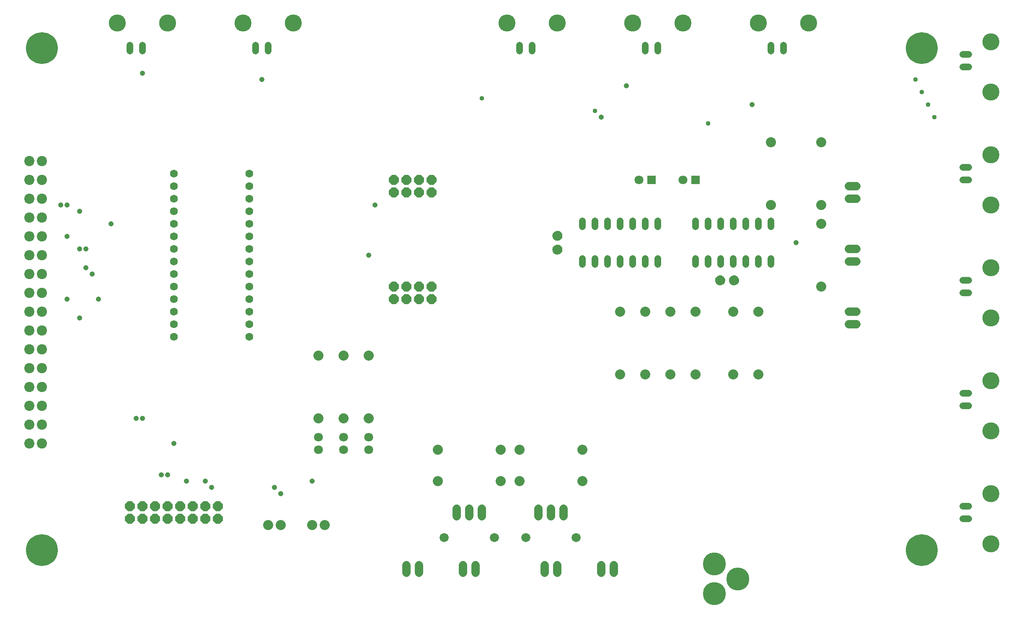
<source format=gbs>
G04 EAGLE Gerber X2 export*
%TF.Part,Single*%
%TF.FileFunction,Other,Bottom Soldermask*%
%TF.FilePolarity,Positive*%
%TF.GenerationSoftware,Autodesk,EAGLE,9.0.1*%
%TF.CreationDate,2018-06-29T20:11:25Z*%
G75*
%MOMM*%
%FSLAX34Y34*%
%LPD*%
%AMOC8*
5,1,8,0,0,1.08239X$1,22.5*%
G01*
%ADD10C,4.648200*%
%ADD11C,2.057400*%
%ADD12C,1.358800*%
%ADD13C,3.452400*%
%ADD14C,1.600200*%
%ADD15P,2.199416X8X22.500000*%
%ADD16C,1.676400*%
%ADD17C,1.828800*%
%ADD18C,2.032000*%
%ADD19R,1.803400X1.803400*%
%ADD20C,1.803400*%
%ADD21C,1.371600*%
%ADD22C,6.438900*%
%ADD23C,1.066800*%
%ADD24C,0.958800*%

G36*
X1093718Y753336D02*
X1093718Y753336D01*
X1093761Y753347D01*
X1093827Y753353D01*
X1095457Y753765D01*
X1095497Y753783D01*
X1095561Y753801D01*
X1097094Y754489D01*
X1097131Y754514D01*
X1097191Y754543D01*
X1098581Y755487D01*
X1098613Y755518D01*
X1098667Y755556D01*
X1099873Y756727D01*
X1099899Y756764D01*
X1099945Y756811D01*
X1100929Y758173D01*
X1100948Y758214D01*
X1100985Y758268D01*
X1101718Y759781D01*
X1101730Y759824D01*
X1101757Y759884D01*
X1102215Y761501D01*
X1102220Y761546D01*
X1102236Y761610D01*
X1102407Y763282D01*
X1102403Y763330D01*
X1102407Y763409D01*
X1102241Y765081D01*
X1102229Y765124D01*
X1102220Y765190D01*
X1101766Y766807D01*
X1101747Y766848D01*
X1101727Y766911D01*
X1100999Y768425D01*
X1100973Y768461D01*
X1100943Y768520D01*
X1099962Y769885D01*
X1099930Y769916D01*
X1099890Y769969D01*
X1098688Y771143D01*
X1098651Y771168D01*
X1098603Y771213D01*
X1097215Y772160D01*
X1097174Y772178D01*
X1097118Y772214D01*
X1095587Y772906D01*
X1095544Y772917D01*
X1095483Y772943D01*
X1093854Y773358D01*
X1093810Y773361D01*
X1093745Y773376D01*
X1092070Y773502D01*
X1092023Y773498D01*
X1091951Y773500D01*
X1090116Y773295D01*
X1090069Y773281D01*
X1089994Y773269D01*
X1088233Y772709D01*
X1088191Y772686D01*
X1088119Y772660D01*
X1086502Y771767D01*
X1086464Y771737D01*
X1086399Y771697D01*
X1084987Y770506D01*
X1084956Y770469D01*
X1084900Y770417D01*
X1083747Y768973D01*
X1083725Y768931D01*
X1083680Y768869D01*
X1082831Y767228D01*
X1082817Y767182D01*
X1082785Y767113D01*
X1082272Y765338D01*
X1082267Y765290D01*
X1082250Y765215D01*
X1082093Y763375D01*
X1082097Y763331D01*
X1082093Y763266D01*
X1082253Y761435D01*
X1082266Y761389D01*
X1082274Y761328D01*
X1082274Y761326D01*
X1082276Y761313D01*
X1082790Y759549D01*
X1082811Y759505D01*
X1082836Y759433D01*
X1083685Y757803D01*
X1083714Y757765D01*
X1083753Y757699D01*
X1084903Y756266D01*
X1084939Y756234D01*
X1084990Y756177D01*
X1086398Y754996D01*
X1086439Y754972D01*
X1086500Y754926D01*
X1088112Y754042D01*
X1088157Y754027D01*
X1088226Y753993D01*
X1089979Y753441D01*
X1090026Y753435D01*
X1090100Y753415D01*
X1091927Y753216D01*
X1091973Y753219D01*
X1092042Y753213D01*
X1093718Y753336D01*
G37*
G36*
X1093718Y725345D02*
X1093718Y725345D01*
X1093761Y725356D01*
X1093827Y725362D01*
X1095457Y725774D01*
X1095497Y725792D01*
X1095561Y725810D01*
X1097094Y726498D01*
X1097131Y726523D01*
X1097191Y726552D01*
X1098581Y727496D01*
X1098613Y727527D01*
X1098667Y727565D01*
X1099873Y728736D01*
X1099899Y728773D01*
X1099945Y728820D01*
X1100929Y730182D01*
X1100948Y730223D01*
X1100985Y730277D01*
X1101718Y731790D01*
X1101730Y731833D01*
X1101757Y731893D01*
X1102215Y733510D01*
X1102220Y733555D01*
X1102236Y733619D01*
X1102407Y735291D01*
X1102403Y735339D01*
X1102407Y735418D01*
X1102241Y737090D01*
X1102229Y737133D01*
X1102220Y737199D01*
X1101766Y738816D01*
X1101747Y738857D01*
X1101727Y738920D01*
X1100999Y740434D01*
X1100973Y740470D01*
X1100943Y740529D01*
X1099962Y741894D01*
X1099930Y741925D01*
X1099890Y741978D01*
X1098688Y743152D01*
X1098651Y743177D01*
X1098603Y743222D01*
X1097215Y744169D01*
X1097174Y744187D01*
X1097118Y744223D01*
X1095587Y744915D01*
X1095544Y744926D01*
X1095483Y744952D01*
X1093854Y745367D01*
X1093810Y745370D01*
X1093745Y745385D01*
X1092070Y745511D01*
X1092023Y745507D01*
X1091951Y745509D01*
X1090116Y745304D01*
X1090069Y745290D01*
X1089994Y745278D01*
X1088233Y744718D01*
X1088191Y744695D01*
X1088119Y744669D01*
X1086502Y743776D01*
X1086464Y743746D01*
X1086399Y743706D01*
X1084987Y742515D01*
X1084956Y742478D01*
X1084900Y742426D01*
X1083747Y740982D01*
X1083725Y740940D01*
X1083680Y740878D01*
X1082831Y739237D01*
X1082817Y739191D01*
X1082785Y739122D01*
X1082272Y737347D01*
X1082267Y737299D01*
X1082250Y737224D01*
X1082093Y735384D01*
X1082097Y735340D01*
X1082093Y735275D01*
X1082253Y733444D01*
X1082266Y733398D01*
X1082274Y733337D01*
X1082274Y733335D01*
X1082276Y733322D01*
X1082790Y731558D01*
X1082811Y731514D01*
X1082836Y731442D01*
X1083685Y729812D01*
X1083714Y729774D01*
X1083753Y729708D01*
X1084903Y728275D01*
X1084939Y728243D01*
X1084990Y728186D01*
X1086398Y727005D01*
X1086439Y726981D01*
X1086500Y726935D01*
X1088112Y726051D01*
X1088157Y726036D01*
X1088226Y726002D01*
X1089979Y725450D01*
X1090026Y725444D01*
X1090100Y725424D01*
X1091927Y725225D01*
X1091973Y725228D01*
X1092042Y725222D01*
X1093718Y725345D01*
G37*
G36*
X1449060Y662997D02*
X1449060Y662997D01*
X1449125Y662993D01*
X1450956Y663153D01*
X1451002Y663166D01*
X1451078Y663176D01*
X1452842Y663690D01*
X1452886Y663711D01*
X1452958Y663736D01*
X1454588Y664585D01*
X1454626Y664614D01*
X1454692Y664653D01*
X1456125Y665803D01*
X1456157Y665839D01*
X1456214Y665890D01*
X1457395Y667298D01*
X1457419Y667339D01*
X1457465Y667400D01*
X1458010Y668393D01*
X1458349Y669012D01*
X1458364Y669057D01*
X1458398Y669126D01*
X1458950Y670879D01*
X1458956Y670926D01*
X1458976Y671000D01*
X1459176Y672827D01*
X1459172Y672873D01*
X1459178Y672942D01*
X1459055Y674618D01*
X1459044Y674661D01*
X1459038Y674727D01*
X1458627Y676357D01*
X1458608Y676397D01*
X1458590Y676461D01*
X1457902Y677994D01*
X1457877Y678031D01*
X1457848Y678091D01*
X1456904Y679481D01*
X1456873Y679513D01*
X1456835Y679567D01*
X1455664Y680773D01*
X1455628Y680799D01*
X1455580Y680845D01*
X1454218Y681829D01*
X1454177Y681848D01*
X1454123Y681885D01*
X1452610Y682618D01*
X1452567Y682630D01*
X1452507Y682657D01*
X1450890Y683115D01*
X1450845Y683120D01*
X1450781Y683136D01*
X1449109Y683307D01*
X1449061Y683303D01*
X1448982Y683307D01*
X1447310Y683141D01*
X1447267Y683129D01*
X1447202Y683120D01*
X1445584Y682666D01*
X1445543Y682647D01*
X1445480Y682627D01*
X1443966Y681899D01*
X1443930Y681873D01*
X1443871Y681843D01*
X1442506Y680862D01*
X1442475Y680830D01*
X1442422Y680790D01*
X1441248Y679588D01*
X1441223Y679551D01*
X1441178Y679503D01*
X1440231Y678115D01*
X1440213Y678074D01*
X1440177Y678018D01*
X1439485Y676487D01*
X1439474Y676444D01*
X1439448Y676383D01*
X1439033Y674754D01*
X1439030Y674710D01*
X1439015Y674645D01*
X1438889Y672970D01*
X1438893Y672923D01*
X1438891Y672851D01*
X1439096Y671016D01*
X1439110Y670969D01*
X1439122Y670894D01*
X1439682Y669133D01*
X1439705Y669091D01*
X1439731Y669019D01*
X1440624Y667402D01*
X1440654Y667364D01*
X1440694Y667299D01*
X1441885Y665887D01*
X1441922Y665856D01*
X1441974Y665800D01*
X1443418Y664647D01*
X1443460Y664625D01*
X1443522Y664580D01*
X1445163Y663731D01*
X1445209Y663717D01*
X1445278Y663685D01*
X1447053Y663172D01*
X1447101Y663167D01*
X1447176Y663150D01*
X1449016Y662993D01*
X1449060Y662997D01*
G37*
G36*
X1421069Y662997D02*
X1421069Y662997D01*
X1421134Y662993D01*
X1422965Y663153D01*
X1423011Y663166D01*
X1423087Y663176D01*
X1424851Y663690D01*
X1424895Y663711D01*
X1424967Y663736D01*
X1426597Y664585D01*
X1426635Y664614D01*
X1426701Y664653D01*
X1428134Y665803D01*
X1428166Y665839D01*
X1428223Y665890D01*
X1429404Y667298D01*
X1429428Y667339D01*
X1429474Y667400D01*
X1430019Y668393D01*
X1430358Y669012D01*
X1430373Y669057D01*
X1430407Y669126D01*
X1430959Y670879D01*
X1430965Y670926D01*
X1430985Y671000D01*
X1431185Y672827D01*
X1431181Y672873D01*
X1431187Y672942D01*
X1431064Y674618D01*
X1431053Y674661D01*
X1431047Y674727D01*
X1430636Y676357D01*
X1430617Y676397D01*
X1430599Y676461D01*
X1429911Y677994D01*
X1429886Y678031D01*
X1429857Y678091D01*
X1428913Y679481D01*
X1428882Y679513D01*
X1428844Y679567D01*
X1427673Y680773D01*
X1427637Y680799D01*
X1427589Y680845D01*
X1426227Y681829D01*
X1426186Y681848D01*
X1426132Y681885D01*
X1424619Y682618D01*
X1424576Y682630D01*
X1424516Y682657D01*
X1422899Y683115D01*
X1422854Y683120D01*
X1422790Y683136D01*
X1421118Y683307D01*
X1421070Y683303D01*
X1420991Y683307D01*
X1419319Y683141D01*
X1419276Y683129D01*
X1419211Y683120D01*
X1417593Y682666D01*
X1417552Y682647D01*
X1417489Y682627D01*
X1415975Y681899D01*
X1415939Y681873D01*
X1415880Y681843D01*
X1414515Y680862D01*
X1414484Y680830D01*
X1414431Y680790D01*
X1413257Y679588D01*
X1413232Y679551D01*
X1413187Y679503D01*
X1412240Y678115D01*
X1412222Y678074D01*
X1412186Y678018D01*
X1411494Y676487D01*
X1411483Y676444D01*
X1411457Y676383D01*
X1411042Y674754D01*
X1411039Y674710D01*
X1411024Y674645D01*
X1410898Y672970D01*
X1410902Y672923D01*
X1410900Y672851D01*
X1411105Y671016D01*
X1411119Y670969D01*
X1411131Y670894D01*
X1411691Y669133D01*
X1411714Y669091D01*
X1411740Y669019D01*
X1412633Y667402D01*
X1412663Y667364D01*
X1412703Y667299D01*
X1413894Y665887D01*
X1413931Y665856D01*
X1413983Y665800D01*
X1415427Y664647D01*
X1415469Y664625D01*
X1415531Y664580D01*
X1417172Y663731D01*
X1417218Y663717D01*
X1417287Y663685D01*
X1419062Y663172D01*
X1419110Y663167D01*
X1419185Y663150D01*
X1421025Y662993D01*
X1421069Y662997D01*
G37*
D10*
X1409700Y98900D03*
X1409700Y38900D03*
X1456700Y68900D03*
D11*
X50800Y914400D03*
X50800Y876300D03*
X50800Y838200D03*
X50800Y800100D03*
X50800Y762000D03*
X50800Y723900D03*
X50800Y685800D03*
X50800Y647700D03*
X50800Y609600D03*
X50800Y571500D03*
X50800Y533400D03*
X50800Y495300D03*
X50800Y457200D03*
X50800Y419100D03*
X50800Y381000D03*
X50800Y342900D03*
X25400Y914400D03*
X25400Y876300D03*
X25400Y838200D03*
X25400Y800100D03*
X25400Y762000D03*
X25400Y723900D03*
X25400Y685800D03*
X25400Y647700D03*
X25400Y609600D03*
X25400Y571500D03*
X25400Y533400D03*
X25400Y495300D03*
X25400Y457200D03*
X25400Y419100D03*
X25400Y381000D03*
X25400Y342900D03*
D12*
X228600Y1136968D02*
X228600Y1149032D01*
X254000Y1149032D02*
X254000Y1136968D01*
D13*
X203200Y1193800D03*
X304800Y1193800D03*
D12*
X1911668Y215900D02*
X1923732Y215900D01*
X1923732Y190500D02*
X1911668Y190500D01*
D13*
X1968500Y241300D03*
X1968500Y139700D03*
D14*
X469900Y558800D03*
X469900Y584200D03*
X469900Y609600D03*
X469900Y635000D03*
X469900Y660400D03*
X469900Y685800D03*
X469900Y711200D03*
X469900Y736600D03*
X469900Y762000D03*
X469900Y787400D03*
X469900Y812800D03*
X469900Y838200D03*
X469900Y863600D03*
X469900Y889000D03*
X317500Y889000D03*
X317500Y863600D03*
X317500Y838200D03*
X317500Y812800D03*
X317500Y787400D03*
X317500Y762000D03*
X317500Y736600D03*
X317500Y711200D03*
X317500Y685800D03*
X317500Y660400D03*
X317500Y635000D03*
X317500Y609600D03*
X317500Y584200D03*
X317500Y558800D03*
D12*
X482600Y1136968D02*
X482600Y1149032D01*
X508000Y1149032D02*
X508000Y1136968D01*
D13*
X457200Y1193800D03*
X558800Y1193800D03*
D12*
X1524000Y1149032D02*
X1524000Y1136968D01*
X1549400Y1136968D02*
X1549400Y1149032D01*
D13*
X1498600Y1193800D03*
X1600200Y1193800D03*
D12*
X1270000Y1149032D02*
X1270000Y1136968D01*
X1295400Y1136968D02*
X1295400Y1149032D01*
D13*
X1244600Y1193800D03*
X1346200Y1193800D03*
D12*
X1016000Y1149032D02*
X1016000Y1136968D01*
X1041400Y1136968D02*
X1041400Y1149032D01*
D13*
X990600Y1193800D03*
X1092200Y1193800D03*
D12*
X1911668Y1130300D02*
X1923732Y1130300D01*
X1923732Y1104900D02*
X1911668Y1104900D01*
D13*
X1968500Y1155700D03*
X1968500Y1054100D03*
D12*
X1923732Y901700D02*
X1911668Y901700D01*
X1911668Y876300D02*
X1923732Y876300D01*
D13*
X1968500Y927100D03*
X1968500Y825500D03*
D12*
X1923732Y673100D02*
X1911668Y673100D01*
X1911668Y647700D02*
X1923732Y647700D01*
D13*
X1968500Y698500D03*
X1968500Y596900D03*
D12*
X1923732Y444500D02*
X1911668Y444500D01*
X1911668Y419100D02*
X1923732Y419100D01*
D13*
X1968500Y469900D03*
X1968500Y368300D03*
D15*
X762000Y850900D03*
X762000Y876300D03*
X787400Y850900D03*
X787400Y876300D03*
X812800Y850900D03*
X812800Y876300D03*
X838200Y850900D03*
X838200Y876300D03*
X762000Y635000D03*
X762000Y660400D03*
X787400Y635000D03*
X787400Y660400D03*
X812800Y635000D03*
X812800Y660400D03*
X838200Y635000D03*
X838200Y660400D03*
D16*
X1681480Y711200D02*
X1696720Y711200D01*
X1696720Y736600D02*
X1681480Y736600D01*
X1681480Y838200D02*
X1696720Y838200D01*
X1696720Y863600D02*
X1681480Y863600D01*
X1681480Y584200D02*
X1696720Y584200D01*
X1696720Y609600D02*
X1681480Y609600D01*
X901700Y96520D02*
X901700Y81280D01*
X927100Y81280D02*
X927100Y96520D01*
X889000Y195580D02*
X889000Y210820D01*
X914400Y210820D02*
X914400Y195580D01*
X939800Y195580D02*
X939800Y210820D01*
D17*
X863600Y152400D03*
X965200Y152400D03*
D16*
X787400Y96520D02*
X787400Y81280D01*
X812800Y81280D02*
X812800Y96520D01*
D18*
X977900Y266700D03*
X850900Y266700D03*
D16*
X1066800Y96520D02*
X1066800Y81280D01*
X1092200Y81280D02*
X1092200Y96520D01*
X1054100Y195580D02*
X1054100Y210820D01*
X1079500Y210820D02*
X1079500Y195580D01*
X1104900Y195580D02*
X1104900Y210820D01*
D17*
X1028700Y152400D03*
X1130300Y152400D03*
D16*
X1181100Y96520D02*
X1181100Y81280D01*
X1206500Y81280D02*
X1206500Y96520D01*
D18*
X1143000Y266700D03*
X1016000Y266700D03*
D19*
X1371600Y876300D03*
D20*
X1346200Y876300D03*
D19*
X1282700Y876300D03*
D20*
X1257300Y876300D03*
D21*
X1371600Y717296D02*
X1371600Y705104D01*
X1397000Y705104D02*
X1397000Y717296D01*
X1524000Y717296D02*
X1524000Y705104D01*
X1524000Y781304D02*
X1524000Y793496D01*
X1422400Y717296D02*
X1422400Y705104D01*
X1447800Y705104D02*
X1447800Y717296D01*
X1498600Y717296D02*
X1498600Y705104D01*
X1473200Y705104D02*
X1473200Y717296D01*
X1498600Y781304D02*
X1498600Y793496D01*
X1473200Y793496D02*
X1473200Y781304D01*
X1447800Y781304D02*
X1447800Y793496D01*
X1422400Y793496D02*
X1422400Y781304D01*
X1397000Y781304D02*
X1397000Y793496D01*
X1371600Y793496D02*
X1371600Y781304D01*
X1143000Y717296D02*
X1143000Y705104D01*
X1168400Y705104D02*
X1168400Y717296D01*
X1295400Y717296D02*
X1295400Y705104D01*
X1295400Y781304D02*
X1295400Y793496D01*
X1193800Y717296D02*
X1193800Y705104D01*
X1219200Y705104D02*
X1219200Y717296D01*
X1270000Y717296D02*
X1270000Y705104D01*
X1244600Y705104D02*
X1244600Y717296D01*
X1270000Y781304D02*
X1270000Y793496D01*
X1244600Y793496D02*
X1244600Y781304D01*
X1219200Y781304D02*
X1219200Y793496D01*
X1193800Y793496D02*
X1193800Y781304D01*
X1168400Y781304D02*
X1168400Y793496D01*
X1143000Y793496D02*
X1143000Y781304D01*
D18*
X1447800Y482600D03*
X1447800Y609600D03*
X1320800Y482600D03*
X1320800Y609600D03*
X1219200Y482600D03*
X1219200Y609600D03*
X1371600Y482600D03*
X1371600Y609600D03*
X1270000Y482600D03*
X1270000Y609600D03*
X1498600Y482600D03*
X1498600Y609600D03*
X1625600Y787400D03*
X1625600Y660400D03*
X1625600Y952500D03*
X1625600Y825500D03*
D20*
X711200Y355600D03*
X711200Y330200D03*
X660400Y355600D03*
X660400Y330200D03*
X609600Y355600D03*
X609600Y330200D03*
D18*
X711200Y393700D03*
X711200Y520700D03*
X660400Y393700D03*
X660400Y520700D03*
X609600Y393700D03*
X609600Y520700D03*
X1524000Y952500D03*
X1524000Y825500D03*
D15*
X228600Y190500D03*
X228600Y215900D03*
X254000Y190500D03*
X254000Y215900D03*
X279400Y190500D03*
X279400Y215900D03*
X304800Y190500D03*
X304800Y215900D03*
X330200Y190500D03*
X330200Y215900D03*
X355600Y190500D03*
X355600Y215900D03*
X381000Y190500D03*
X381000Y215900D03*
X406400Y190500D03*
X406400Y215900D03*
D22*
X50800Y127000D03*
X50800Y1143000D03*
X1828800Y1143000D03*
X1828800Y127000D03*
D18*
X850900Y330200D03*
X977900Y330200D03*
X1016000Y330200D03*
X1143000Y330200D03*
X508000Y177800D03*
X533400Y177800D03*
X596900Y177800D03*
X622300Y177800D03*
D23*
X342900Y266700D03*
X127000Y812800D03*
X1231900Y1066800D03*
D24*
X1854200Y1003300D03*
D23*
X190500Y787400D03*
X1181100Y1003300D03*
X723900Y825500D03*
X711200Y723900D03*
D24*
X1841500Y1028700D03*
D23*
X304800Y279400D03*
X1485900Y1028700D03*
X241300Y393700D03*
X254000Y1092200D03*
X101600Y825500D03*
X533400Y241300D03*
X88900Y825500D03*
X101600Y762000D03*
X127000Y736600D03*
X254000Y393700D03*
X165100Y635000D03*
X127000Y596900D03*
X1574800Y749300D03*
D24*
X1828800Y1054100D03*
D23*
X139700Y736600D03*
D24*
X1816100Y1079500D03*
D23*
X495300Y1079500D03*
X152400Y685800D03*
X101600Y635000D03*
D24*
X939800Y1041400D03*
D23*
X317500Y342900D03*
X139700Y698500D03*
D24*
X1168400Y1016000D03*
D23*
X292100Y279400D03*
D24*
X1397000Y990600D03*
D23*
X520700Y254000D03*
X393192Y254000D03*
X596900Y266700D03*
X381000Y266700D03*
M02*

</source>
